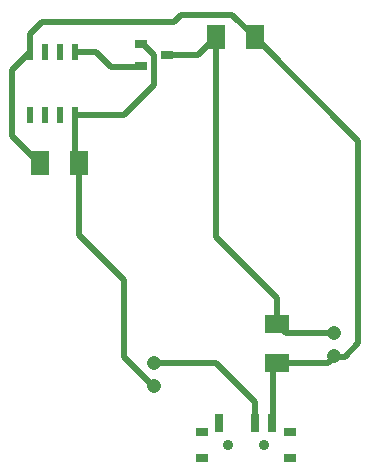
<source format=gtl>
G04 ( created by brdgerber.py ( brdgerber.py v0.1 2014-03-12 ) ) date 2020-12-15 20:12:19 EST*
G04 Gerber Fmt 3.4, Leading zero omitted, Abs format*
%MOIN*%
%FSLAX34Y34*%
G01*
G70*
G90*
G04 APERTURE LIST*
%ADD18R,0.3000X0.3000*%
%ADD20R,0.0800X0.0600*%
%ADD19R,0.0600X0.0800*%
%ADD22R,0.0393X0.0314*%
%ADD13R,0.0394X0.0315*%
%ADD26C,0.0471*%
%ADD15C,0.0039*%
%ADD21C,0.0354*%
%ADD12C,0.0050*%
%ADD24C,0.0000*%
%ADD23R,0.0275X0.0590*%
%ADD17R,0.2000X0.2000*%
%ADD14C,0.0047*%
%ADD25C,0.0059*%
%ADD16C,0.0031*%
%ADD27C,0.0200*%
%ADD10R,0.0236X0.0551*%
%ADD11C,0.0060*%
G04 APERTURE END LIST*
G54D18*
D10*
X-38200Y-11300D03*
D10*
X-38200Y-13400D03*
D10*
X-37700Y-11300D03*
D10*
X-37200Y-11300D03*
D10*
X-36700Y-11300D03*
D10*
X-37700Y-13400D03*
D10*
X-37200Y-13400D03*
D10*
X-36700Y-13400D03*
D13*
X-33617Y-11400D03*
D13*
X-34483Y-11775D03*
D13*
X-34483Y-11025D03*
D19*
X-30700Y-10800D03*
D19*
X-32000Y-10800D03*
D20*
X-29950Y-20350D03*
D20*
X-29950Y-21650D03*
D21*
X-31590Y-24400D03*
D21*
X-30410Y-24400D03*
D22*
X-32456Y-24833D03*
D22*
X-32456Y-23967D03*
D22*
X-29544Y-23967D03*
D22*
X-29544Y-24833D03*
D23*
X-31885Y-23662D03*
D23*
X-30705Y-23662D03*
D23*
X-30115Y-23662D03*
D26*
G01X-34050Y-21657D02*
G01X-34050Y-21657D01*
D26*
G01X-34050Y-22443D02*
G01X-34050Y-22443D01*
D26*
G01X-28050Y-21443D02*
G01X-28050Y-21443D01*
D26*
G01X-28050Y-20657D02*
G01X-28050Y-20657D01*
D19*
X-37850Y-15000D03*
D19*
X-36550Y-15000D03*
D27*
G01X-34050Y-21650D02*
G01X-32000Y-21650D01*
D27*
G01X-32000Y-21650D02*
G01X-30700Y-22950D01*
D27*
G01X-30700Y-22950D02*
G01X-30700Y-23650D01*
D27*
G01X-30100Y-23650D02*
G01X-30100Y-21800D01*
D27*
G01X-30100Y-21800D02*
G01X-29950Y-21650D01*
D27*
G01X-29950Y-21650D02*
G01X-28250Y-21650D01*
D27*
G01X-28250Y-21650D02*
G01X-28050Y-21450D01*
D27*
G01X-28050Y-20650D02*
G01X-29650Y-20650D01*
D27*
G01X-29650Y-20650D02*
G01X-29950Y-20350D01*
D27*
G01X-36700Y-13400D02*
G01X-36700Y-14850D01*
D27*
G01X-36700Y-14850D02*
G01X-36550Y-15000D01*
D27*
G01X-37850Y-15000D02*
G01X-37900Y-15000D01*
D27*
G01X-37900Y-15000D02*
G01X-38800Y-14100D01*
D27*
G01X-38800Y-14100D02*
G01X-38800Y-11900D01*
D27*
G01X-38800Y-11900D02*
G01X-38200Y-11300D01*
D27*
G01X-36700Y-11300D02*
G01X-36000Y-11300D01*
D27*
G01X-36000Y-11300D02*
G01X-35500Y-11800D01*
D27*
G01X-35500Y-11800D02*
G01X-34500Y-11800D01*
D27*
G01X-33600Y-11400D02*
G01X-32600Y-11400D01*
D27*
G01X-32600Y-11400D02*
G01X-32000Y-10800D01*
D27*
G01X-34500Y-11050D02*
G01X-34400Y-11050D01*
D27*
G01X-34400Y-11050D02*
G01X-34050Y-11400D01*
D27*
G01X-34050Y-11400D02*
G01X-34050Y-12400D01*
D27*
G01X-34050Y-12400D02*
G01X-35050Y-13400D01*
D27*
G01X-35050Y-13400D02*
G01X-36700Y-13400D01*
D27*
G01X-32000Y-17450D02*
G01X-29950Y-19500D01*
D27*
G01X-29950Y-19500D02*
G01X-29950Y-20350D01*
D27*
G01X-32000Y-10800D02*
G01X-32000Y-17450D01*
D27*
G01X-31450Y-10050D02*
G01X-30700Y-10800D01*
D27*
G01X-33150Y-10050D02*
G01X-31450Y-10050D01*
D27*
G01X-38200Y-11300D02*
G01X-38200Y-10700D01*
D27*
G01X-38200Y-10700D02*
G01X-37800Y-10300D01*
D27*
G01X-37800Y-10300D02*
G01X-33400Y-10300D01*
D27*
G01X-33400Y-10300D02*
G01X-33150Y-10050D01*
D27*
G01X-28050Y-21450D02*
G01X-27700Y-21450D01*
D27*
G01X-27700Y-21450D02*
G01X-27250Y-21000D01*
D27*
G01X-27250Y-21000D02*
G01X-27250Y-14250D01*
D27*
G01X-27250Y-14250D02*
G01X-30700Y-10800D01*
D27*
G01X-36550Y-15000D02*
G01X-36550Y-17400D01*
D27*
G01X-36550Y-17400D02*
G01X-35050Y-18900D01*
D27*
G01X-35050Y-18900D02*
G01X-35050Y-21450D01*
D27*
G01X-35050Y-21450D02*
G01X-34050Y-22450D01*
M02*

</source>
